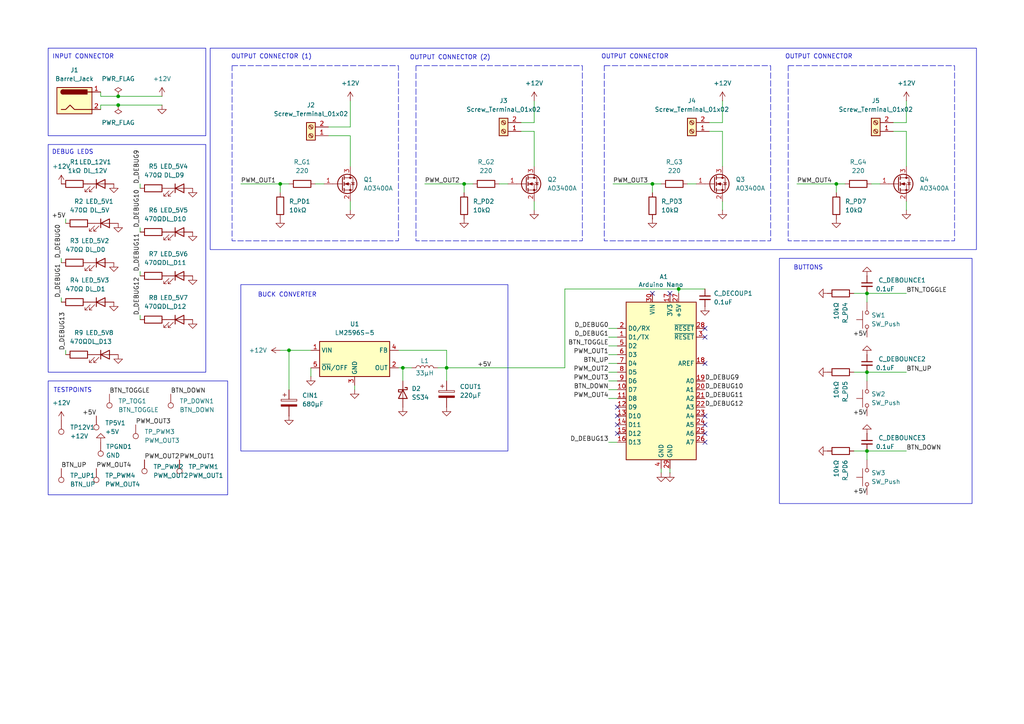
<source format=kicad_sch>
(kicad_sch (version 20250114) (generator "eeschema") (generator_version "9.0")
  (paper "A4")
  (lib_symbols
    (symbol "Connector:Barrel_Jack" (pin_names (offset 1.016))
      (property "Reference" "J" (at 0 5.334 0))
      (property "Value" "Barrel_Jack" (at 0 -5.08 0))
      (symbol "Barrel_Jack_0_1"
        (rectangle (start -5.08 3.81) (end 5.08 -3.81) (stroke (width 0.254)) (fill (type background)))
        (polyline (pts (xy -3.81 -2.54) (xy -2.54 -2.54) (xy -1.27 -1.27) (xy 0 -2.54) (xy 2.54 -2.54) (xy 5.08 -2.54)) (stroke (width 0.254)))
        (arc (start -3.302 1.905) (mid -3.9343 2.54) (end -3.302 3.175) (stroke (width 0.254)))
        (arc (start -3.302 1.905) (mid -3.9343 2.54) (end -3.302 3.175) (stroke (width 0.254)) (fill (type outline)))
        (rectangle (start 3.683 3.175) (end -3.302 1.905) (stroke (width 0.254)) (fill (type outline)))
        (polyline (pts (xy 5.08 2.54) (xy 3.81 2.54)) (stroke (width 0.254)))
      )
      (symbol "Barrel_Jack_1_1"
        (pin passive line (at 7.62 2.54 180) (length 2.54) (name "~") (number "1"))
        (pin passive line (at 7.62 -2.54 180) (length 2.54) (name "~") (number "2"))
      )
    )
    (symbol "Connector:Screw_Terminal_01x02" (pin_names (offset 1.016) (hide yes))
      (property "Reference" "J" (at 0 2.54 0))
      (property "Value" "Screw_Terminal_01x02" (at 0 -5.08 0))
      (symbol "Screw_Terminal_01x02_1_1"
        (rectangle (start -1.27 1.27) (end 1.27 -3.81) (stroke (width 0.254)) (fill (type background)))
        (polyline (pts (xy -0.5334 0.3302) (xy 0.3302 -0.508)) (stroke (width 0.1524)))
        (polyline (pts (xy -0.5334 -2.2098) (xy 0.3302 -3.048)) (stroke (width 0.1524)))
        (polyline (pts (xy -0.3556 0.508) (xy 0.508 -0.3302)) (stroke (width 0.1524)))
        (polyline (pts (xy -0.3556 -2.032) (xy 0.508 -2.8702)) (stroke (width 0.1524)))
        (circle (center 0 0) (radius 0.635) (stroke (width 0.1524)))
        (circle (center 0 -2.54) (radius 0.635) (stroke (width 0.1524)))
        (pin passive line (at -5.08 0 0) (length 3.81) (name "Pin_1") (number "1"))
        (pin passive line (at -5.08 -2.54 0) (length 3.81) (name "Pin_2") (number "2"))
      )
    )
    (symbol "Connector:TestPoint" (pin_numbers (hide yes)) (pin_names (offset 0.762) (hide yes))
      (property "Reference" "TP" (at 0 6.858 0))
      (property "Value" "TestPoint" (at 0 5.08 0))
      (symbol "TestPoint_0_1"
        (circle (center 0 3.302) (radius 0.762))
      )
      (symbol "TestPoint_1_1"
        (pin passive line (at 0 0 90) (length 2.54) (name "1") (number "1"))
      )
    )
    (symbol "Device:C_Polarized" (pin_numbers (hide yes)) (pin_names (offset 0.254))
      (property "Reference" "C" (at 0.635 2.54 0))
      (property "Value" "C_Polarized" (at 0.635 -2.54 0))
      (symbol "C_Polarized_0_1"
        (rectangle (start -2.286 0.508) (end 2.286 1.016))
        (polyline (pts (xy -1.778 2.286) (xy -0.762 2.286)))
        (polyline (pts (xy -1.27 2.794) (xy -1.27 1.778)))
        (rectangle (start 2.286 -0.508) (end -2.286 -1.016) (fill (type outline)))
      )
      (symbol "C_Polarized_1_1"
        (pin passive line (at 0 3.81 270) (length 2.794) (name "~") (number "1"))
        (pin passive line (at 0 -3.81 90) (length 2.794) (name "~") (number "2"))
      )
    )
    (symbol "Device:C_Small" (pin_numbers (hide yes)) (pin_names (offset 0.254) (hide yes))
      (property "Reference" "C" (at 0.254 1.778 0))
      (property "Value" "C_Small" (at 0.254 -2.032 0))
      (symbol "C_Small_0_1"
        (polyline (pts (xy -1.524 0.508) (xy 1.524 0.508)) (stroke (width 0.3048)))
        (polyline (pts (xy -1.524 -0.508) (xy 1.524 -0.508)) (stroke (width 0.3302)))
      )
      (symbol "C_Small_1_1"
        (pin passive line (at 0 2.54 270) (length 2.032) (name "~") (number "1"))
        (pin passive line (at 0 -2.54 90) (length 2.032) (name "~") (number "2"))
      )
    )
    (symbol "Device:L" (pin_numbers (hide yes)) (pin_names (offset 1.016) (hide yes))
      (property "Reference" "L" (at -1.27 0 90))
      (property "Value" "L" (at 1.905 0 90))
      (symbol "L_0_1"
        (arc (start 0 2.54) (mid 0.6323 1.905) (end 0 1.27))
        (arc (start 0 1.27) (mid 0.6323 0.635) (end 0 0))
        (arc (start 0 0) (mid 0.6323 -0.635) (end 0 -1.27))
        (arc (start 0 -1.27) (mid 0.6323 -1.905) (end 0 -2.54))
      )
      (symbol "L_1_1"
        (pin passive line (at 0 3.81 270) (length 1.27) (name "1") (number "1"))
        (pin passive line (at 0 -3.81 90) (length 1.27) (name "2") (number "2"))
      )
    )
    (symbol "Device:LED" (pin_numbers (hide yes)) (pin_names (offset 1.016) (hide yes))
      (property "Reference" "D" (at 0 2.54 0))
      (property "Value" "LED" (at 0 -2.54 0))
      (symbol "LED_0_1"
        (polyline (pts (xy -3.048 -0.762) (xy -4.572 -2.286) (xy -3.81 -2.286) (xy -4.572 -2.286) (xy -4.572 -1.524)))
        (polyline (pts (xy -1.778 -0.762) (xy -3.302 -2.286) (xy -2.54 -2.286) (xy -3.302 -2.286) (xy -3.302 -1.524)))
        (polyline (pts (xy -1.27 0) (xy 1.27 0)))
        (polyline (pts (xy -1.27 -1.27) (xy -1.27 1.27)) (stroke (width 0.254)))
        (polyline (pts (xy 1.27 -1.27) (xy 1.27 1.27) (xy -1.27 0) (xy 1.27 -1.27)) (stroke (width 0.254)))
      )
      (symbol "LED_1_1"
        (pin passive line (at -3.81 0 0) (length 2.54) (name "K") (number "1"))
        (pin passive line (at 3.81 0 180) (length 2.54) (name "A") (number "2"))
      )
    )
    (symbol "Device:R" (pin_numbers (hide yes)) (pin_names (offset 0))
      (property "Reference" "R" (at 2.032 0 90))
      (property "Value" "R" (at 0 0 90))
      (symbol "R_0_1"
        (rectangle (start -1.016 -2.54) (end 1.016 2.54) (stroke (width 0.254)))
      )
      (symbol "R_1_1"
        (pin passive line (at 0 3.81 270) (length 1.27) (name "~") (number "1"))
        (pin passive line (at 0 -3.81 90) (length 1.27) (name "~") (number "2"))
      )
    )
    (symbol "Diode:SS34" (pin_numbers (hide yes)) (pin_names (offset 1.016) (hide yes))
      (property "Reference" "D" (at 0 2.54 0))
      (property "Value" "SS34" (at 0 -2.54 0))
      (symbol "SS34_0_1"
        (polyline (pts (xy -1.905 0.635) (xy -1.905 1.27) (xy -1.27 1.27) (xy -1.27 -1.27) (xy -0.635 -1.27) (xy -0.635 -0.635)) (stroke (width 0.254)))
        (polyline (pts (xy 1.27 1.27) (xy 1.27 -1.27) (xy -1.27 0) (xy 1.27 1.27)) (stroke (width 0.254)))
        (polyline (pts (xy 1.27 0) (xy -1.27 0)))
      )
      (symbol "SS34_1_1"
        (pin passive line (at -3.81 0 0) (length 2.54) (name "K") (number "1"))
        (pin passive line (at 3.81 0 180) (length 2.54) (name "A") (number "2"))
      )
    )
    (symbol "MCU_Module:Arduino_Nano_v3.x"
      (property "Reference" "A" (at -10.16 23.495 0))
      (property "Value" "Arduino_Nano_v3.x" (at 5.08 -24.13 0))
      (symbol "Arduino_Nano_v3.x_0_1"
        (rectangle (start -10.16 22.86) (end 10.16 -22.86) (stroke (width 0.254)) (fill (type background)))
      )
      (symbol "Arduino_Nano_v3.x_1_1"
        (pin bidirectional line (at -12.7 15.24 0) (length 2.54) (name "D0/RX") (number "2"))
        (pin bidirectional line (at -12.7 12.7 0) (length 2.54) (name "D1/TX") (number "1"))
        (pin bidirectional line (at -12.7 10.16 0) (length 2.54) (name "D2") (number "5"))
        (pin bidirectional line (at -12.7 7.62 0) (length 2.54) (name "D3") (number "6"))
        (pin bidirectional line (at -12.7 5.08 0) (length 2.54) (name "D4") (number "7"))
        (pin bidirectional line (at -12.7 2.54 0) (length 2.54) (name "D5") (number "8"))
        (pin bidirectional line (at -12.7 0 0) (length 2.54) (name "D6") (number "9"))
        (pin bidirectional line (at -12.7 -2.54 0) (length 2.54) (name "D7") (number "10"))
        (pin bidirectional line (at -12.7 -5.08 0) (length 2.54) (name "D8") (number "11"))
        (pin bidirectional line (at -12.7 -7.62 0) (length 2.54) (name "D9") (number "12"))
        (pin bidirectional line (at -12.7 -10.16 0) (length 2.54) (name "D10") (number "13"))
        (pin bidirectional line (at -12.7 -12.7 0) (length 2.54) (name "D11") (number "14"))
        (pin bidirectional line (at -12.7 -15.24 0) (length 2.54) (name "D12") (number "15"))
        (pin bidirectional line (at -12.7 -17.78 0) (length 2.54) (name "D13") (number "16"))
        (pin power_in line (at -2.54 25.4 270) (length 2.54) (name "VIN") (number "30"))
        (pin power_in line (at 0 -25.4 90) (length 2.54) (name "GND") (number "4"))
        (pin power_out line (at 2.54 25.4 270) (length 2.54) (name "3V3") (number "17"))
        (pin power_in line (at 2.54 -25.4 90) (length 2.54) (name "GND") (number "29"))
        (pin power_out line (at 5.08 25.4 270) (length 2.54) (name "+5V") (number "27"))
        (pin input line (at 12.7 15.24 180) (length 2.54) (name "~{RESET}") (number "28"))
        (pin input line (at 12.7 12.7 180) (length 2.54) (name "~{RESET}") (number "3"))
        (pin input line (at 12.7 5.08 180) (length 2.54) (name "AREF") (number "18"))
        (pin bidirectional line (at 12.7 0 180) (length 2.54) (name "A0") (number "19"))
        (pin bidirectional line (at 12.7 -2.54 180) (length 2.54) (name "A1") (number "20"))
        (pin bidirectional line (at 12.7 -5.08 180) (length 2.54) (name "A2") (number "21"))
        (pin bidirectional line (at 12.7 -7.62 180) (length 2.54) (name "A3") (number "22"))
        (pin bidirectional line (at 12.7 -10.16 180) (length 2.54) (name "A4") (number "23"))
        (pin bidirectional line (at 12.7 -12.7 180) (length 2.54) (name "A5") (number "24"))
        (pin bidirectional line (at 12.7 -15.24 180) (length 2.54) (name "A6") (number "25"))
        (pin bidirectional line (at 12.7 -17.78 180) (length 2.54) (name "A7") (number "26"))
      )
    )
    (symbol "Regulator_Switching:LM2596S-5"
      (property "Reference" "U" (at -10.16 6.35 0))
      (property "Value" "LM2596S-5" (at 0 6.35 0))
      (symbol "LM2596S-5_0_1"
        (rectangle (start -10.16 5.08) (end 10.16 -5.08) (stroke (width 0.254)) (fill (type background)))
      )
      (symbol "LM2596S-5_1_1"
        (pin power_in line (at -12.7 2.54 0) (length 2.54) (name "VIN") (number "1"))
        (pin input line (at -12.7 -2.54 0) (length 2.54) (name "~{ON}/OFF") (number "5"))
        (pin power_in line (at 0 -7.62 90) (length 2.54) (name "GND") (number "3"))
        (pin input line (at 12.7 2.54 180) (length 2.54) (name "FB") (number "4"))
        (pin output line (at 12.7 -2.54 180) (length 2.54) (name "OUT") (number "2"))
      )
    )
    (symbol "Switch:SW_Push" (pin_numbers (hide yes)) (pin_names (offset 1.016) (hide yes))
      (property "Reference" "SW" (at 1.27 2.54 0))
      (property "Value" "SW_Push" (at 0 -1.524 0))
      (symbol "SW_Push_0_1"
        (circle (center -2.032 0) (radius 0.508))
        (polyline (pts (xy 0 1.27) (xy 0 3.048)))
        (circle (center 2.032 0) (radius 0.508))
        (polyline (pts (xy 2.54 1.27) (xy -2.54 1.27)))
        (pin passive line (at -5.08 0 0) (length 2.54) (name "1") (number "1"))
        (pin passive line (at 5.08 0 180) (length 2.54) (name "2") (number "2"))
      )
    )
    (symbol "Transistor_FET:AO3400A" (pin_names (hide yes))
      (property "Reference" "Q" (at 5.08 1.905 0))
      (property "Value" "AO3400A" (at 5.08 0 0))
      (symbol "AO3400A_0_1"
        (polyline (pts (xy 0.254 1.905) (xy 0.254 -1.905)) (stroke (width 0.254)))
        (polyline (pts (xy 0.254 0) (xy -2.54 0)))
        (polyline (pts (xy 0.762 2.286) (xy 0.762 1.27)) (stroke (width 0.254)))
        (polyline (pts (xy 0.762 0.508) (xy 0.762 -0.508)) (stroke (width 0.254)))
        (polyline (pts (xy 0.762 -1.27) (xy 0.762 -2.286)) (stroke (width 0.254)))
        (polyline (pts (xy 0.762 -1.778) (xy 3.302 -1.778) (xy 3.302 1.778) (xy 0.762 1.778)))
        (polyline (pts (xy 1.016 0) (xy 2.032 0.381) (xy 2.032 -0.381) (xy 1.016 0)) (fill (type outline)))
        (circle (center 1.651 0) (radius 2.794) (stroke (width 0.254)))
        (polyline (pts (xy 2.54 2.54) (xy 2.54 1.778)))
        (circle (center 2.54 1.778) (radius 0.254) (fill (type outline)))
        (circle (center 2.54 -1.778) (radius 0.254) (fill (type outline)))
        (polyline (pts (xy 2.54 -2.54) (xy 2.54 0) (xy 0.762 0)))
        (polyline (pts (xy 2.794 0.508) (xy 2.921 0.381) (xy 3.683 0.381) (xy 3.81 0.254)))
        (polyline (pts (xy 3.302 0.381) (xy 2.921 -0.254) (xy 3.683 -0.254) (xy 3.302 0.381)))
      )
      (symbol "AO3400A_1_1"
        (pin input line (at -5.08 0 0) (length 2.54) (name "G") (number "1"))
        (pin passive line (at 2.54 5.08 270) (length 2.54) (name "D") (number "3"))
        (pin passive line (at 2.54 -5.08 90) (length 2.54) (name "S") (number "2"))
      )
    )
    (symbol "power:+12V" (power) (pin_numbers (hide yes)) (pin_names (offset 0) (hide yes))
      (property "Value" "+12V" (at 0 3.556 0))
      (symbol "+12V_0_1"
        (polyline (pts (xy -0.762 1.27) (xy 0 2.54)))
        (polyline (pts (xy 0 2.54) (xy 0.762 1.27)))
        (polyline (pts (xy 0 0) (xy 0 2.54)))
      )
      (symbol "+12V_1_1"
        (pin power_in line (at 0 0 90) (length 0) (name "~") (number "1"))
      )
    )
    (symbol "power:GND" (power) (pin_numbers (hide yes)) (pin_names (offset 0) (hide yes))
      (property "Value" "GND" (at 0 -3.81 0))
      (symbol "GND_0_1"
        (polyline (pts (xy 0 0) (xy 0 -1.27) (xy 1.27 -1.27) (xy 0 -2.54) (xy -1.27 -1.27) (xy 0 -1.27)))
      )
      (symbol "GND_1_1"
        (pin power_in line (at 0 0 270) (length 0) (name "~") (number "1"))
      )
    )
    (symbol "power:PWR_FLAG" (power) (pin_numbers (hide yes)) (pin_names (offset 0) (hide yes))
      (property "Value" "PWR_FLAG" (at 0 3.81 0))
      (symbol "PWR_FLAG_0_0"
        (pin power_out line (at 0 0 90) (length 0) (name "~") (number "1"))
      )
      (symbol "PWR_FLAG_0_1"
        (polyline (pts (xy 0 0) (xy 0 1.27) (xy -1.016 1.905) (xy 0 2.54) (xy 1.016 1.905) (xy 0 1.27)))
      )
    )
  )
  (rectangle (start 228.6 19.05) (end 276.86 69.85) (stroke (width 0) (type dash)))
  (rectangle (start 13.97 110.49) (end 66.04 143.51))
  (rectangle (start 175.26 19.05) (end 223.52 69.85) (stroke (width 0) (type dash)))
  (rectangle (start 226.06 74.93) (end 281.94 146.05))
  (rectangle (start 120.65 19.05) (end 168.91 69.85) (stroke (width 0) (type dash)))
  (rectangle (start 60.96 13.97) (end 283.21 72.39))
  (rectangle (start 13.97 41.91) (end 59.69 107.95))
  (rectangle (start 67.31 19.05) (end 115.57 69.85) (stroke (width 0) (type dash)))
  (rectangle (start 69.85 82.55) (end 147.32 130.81))
  (rectangle (start 13.97 13.97) (end 59.69 39.37))
  (text "BUCK CONVERTER" (at 83.312 85.598 0) (effects (font (size 1.27 1.27))))
  (text "TESTPOINTS\n" (at 21.082 113.284 0) (effects (font (size 1.27 1.27))))
  (text "BUTTONS\n" (at 234.442 77.724 0) (effects (font (size 1.27 1.27))))
  (text "OUTPUT CONNECTOR" (at 237.49 16.51 0) (effects (font (size 1.27 1.27))))
  (text "INPUT CONNECTOR" (at 24.13 16.51 0) (effects (font (size 1.27 1.27))))
  (text "OUTPUT CONNECTOR (1)" (at 78.74 16.51 0) (effects (font (size 1.27 1.27))))
  (text "OUTPUT CONNECTOR" (at 184.15 16.51 0) (effects (font (size 1.27 1.27))))
  (text "OUTPUT CONNECTOR (2)" (at 130.556 16.764 0) (effects (font (size 1.27 1.27))))
  (text "DEBUG LEDS" (at 21.082 44.196 0) (effects (font (size 1.27 1.27))))
  (junction (at 189.23 53.34))
  (junction (at 251.46 130.81))
  (junction (at 81.28 53.34))
  (junction (at 196.85 83.82))
  (junction (at 242.57 53.34))
  (junction (at 251.46 107.95))
  (junction (at 34.29 27.94))
  (junction (at 83.82 101.6))
  (junction (at 251.46 85.09))
  (junction (at 116.84 106.68))
  (junction (at 129.54 106.68))
  (junction (at 134.62 53.34))
  (junction (at 34.29 30.48))
  (no_connect (at 179.07 120.65))
  (no_connect (at 189.23 85.09))
  (no_connect (at 204.47 125.73))
  (no_connect (at 204.47 120.65))
  (no_connect (at 179.07 118.11))
  (no_connect (at 204.47 95.25))
  (no_connect (at 204.47 105.41))
  (no_connect (at 194.31 85.09))
  (no_connect (at 179.07 125.73))
  (no_connect (at 179.07 123.19))
  (no_connect (at 204.47 97.79))
  (no_connect (at 204.47 128.27))
  (no_connect (at 204.47 123.19))
  (wire (pts (xy 134.62 53.34) (xy 134.62 55.88)))
  (wire (pts (xy 95.25 36.83) (xy 101.6 36.83)))
  (wire (pts (xy 129.54 106.68) (xy 163.83 106.68)))
  (wire (pts (xy 251.46 85.09) (xy 251.46 87.63)))
  (wire (pts (xy 176.53 97.79) (xy 179.07 97.79)))
  (wire (pts (xy 247.65 85.09) (xy 251.46 85.09)))
  (wire (pts (xy 19.05 63.5) (xy 19.05 64.77)))
  (wire (pts (xy 101.6 60.96) (xy 101.6 58.42)))
  (wire (pts (xy 163.83 83.82) (xy 196.85 83.82)))
  (wire (pts (xy 209.55 29.21) (xy 209.55 35.56)))
  (wire (pts (xy 127 106.68) (xy 129.54 106.68)))
  (wire (pts (xy 81.28 53.34) (xy 83.82 53.34)))
  (wire (pts (xy 101.6 29.21) (xy 101.6 36.83)))
  (wire (pts (xy 251.46 107.95) (xy 262.89 107.95)))
  (wire (pts (xy 144.78 53.34) (xy 147.32 53.34)))
  (wire (pts (xy 163.83 106.68) (xy 163.83 83.82)))
  (wire (pts (xy 251.46 107.95) (xy 247.65 107.95)))
  (wire (pts (xy 262.89 38.1) (xy 262.89 48.26)))
  (wire (pts (xy 115.57 101.6) (xy 129.54 101.6)))
  (wire (pts (xy 176.53 113.03) (xy 179.07 113.03)))
  (wire (pts (xy 19.05 101.6) (xy 19.05 102.87)))
  (wire (pts (xy 176.53 100.33) (xy 179.07 100.33)))
  (wire (pts (xy 154.94 38.1) (xy 154.94 48.26)))
  (wire (pts (xy 34.29 30.48) (xy 46.99 30.48)))
  (wire (pts (xy 154.94 60.96) (xy 154.94 58.42)))
  (wire (pts (xy 251.46 85.09) (xy 262.89 85.09)))
  (wire (pts (xy 176.53 107.95) (xy 179.07 107.95)))
  (wire (pts (xy 134.62 53.34) (xy 137.16 53.34)))
  (wire (pts (xy 34.29 27.94) (xy 46.99 27.94)))
  (wire (pts (xy 40.64 78.74) (xy 40.64 80.01)))
  (wire (pts (xy 209.55 35.56) (xy 205.74 35.56)))
  (wire (pts (xy 209.55 38.1) (xy 205.74 38.1)))
  (wire (pts (xy 189.23 53.34) (xy 191.77 53.34)))
  (wire (pts (xy 177.8 53.34) (xy 189.23 53.34)))
  (wire (pts (xy 115.57 106.68) (xy 116.84 106.68)))
  (wire (pts (xy 34.29 30.48) (xy 29.21 30.48)))
  (wire (pts (xy 129.54 101.6) (xy 129.54 106.68)))
  (wire (pts (xy 81.28 101.6) (xy 83.82 101.6)))
  (wire (pts (xy 194.31 135.89) (xy 194.31 137.16)))
  (wire (pts (xy 81.28 53.34) (xy 81.28 55.88)))
  (wire (pts (xy 40.64 91.44) (xy 40.64 92.71)))
  (wire (pts (xy 29.21 27.94) (xy 29.21 26.67)))
  (wire (pts (xy 17.78 86.36) (xy 17.78 87.63)))
  (wire (pts (xy 101.6 39.37) (xy 101.6 48.26)))
  (wire (pts (xy 69.85 53.34) (xy 81.28 53.34)))
  (wire (pts (xy 252.73 53.34) (xy 255.27 53.34)))
  (wire (pts (xy 154.94 38.1) (xy 151.13 38.1)))
  (wire (pts (xy 242.57 53.34) (xy 245.11 53.34)))
  (wire (pts (xy 116.84 106.68) (xy 116.84 110.49)))
  (wire (pts (xy 123.19 53.34) (xy 134.62 53.34)))
  (wire (pts (xy 176.53 105.41) (xy 179.07 105.41)))
  (wire (pts (xy 176.53 110.49) (xy 179.07 110.49)))
  (wire (pts (xy 262.89 29.21) (xy 262.89 35.56)))
  (wire (pts (xy 176.53 95.25) (xy 179.07 95.25)))
  (wire (pts (xy 90.17 106.68) (xy 90.17 109.22)))
  (wire (pts (xy 262.89 35.56) (xy 259.08 35.56)))
  (wire (pts (xy 209.55 38.1) (xy 209.55 48.26)))
  (wire (pts (xy 251.46 130.81) (xy 251.46 133.35)))
  (wire (pts (xy 176.53 115.57) (xy 179.07 115.57)))
  (wire (pts (xy 154.94 29.21) (xy 154.94 35.56)))
  (wire (pts (xy 247.65 130.81) (xy 251.46 130.81)))
  (wire (pts (xy 17.78 74.93) (xy 17.78 76.2)))
  (wire (pts (xy 251.46 107.95) (xy 251.46 110.49)))
  (wire (pts (xy 91.44 53.34) (xy 93.98 53.34)))
  (wire (pts (xy 95.25 39.37) (xy 101.6 39.37)))
  (wire (pts (xy 251.46 130.81) (xy 262.89 130.81)))
  (wire (pts (xy 176.53 128.27) (xy 179.07 128.27)))
  (wire (pts (xy 242.57 53.34) (xy 242.57 55.88)))
  (wire (pts (xy 209.55 60.96) (xy 209.55 58.42)))
  (wire (pts (xy 231.14 53.34) (xy 242.57 53.34)))
  (wire (pts (xy 129.54 110.49) (xy 129.54 106.68)))
  (wire (pts (xy 29.21 30.48) (xy 29.21 31.75)))
  (wire (pts (xy 102.87 113.03) (xy 102.87 111.76)))
  (wire (pts (xy 83.82 101.6) (xy 90.17 101.6)))
  (wire (pts (xy 262.89 38.1) (xy 259.08 38.1)))
  (wire (pts (xy 196.85 85.09) (xy 196.85 83.82)))
  (wire (pts (xy 191.77 135.89) (xy 191.77 137.16)))
  (wire (pts (xy 199.39 53.34) (xy 201.93 53.34)))
  (wire (pts (xy 262.89 60.96) (xy 262.89 58.42)))
  (wire (pts (xy 40.64 66.04) (xy 40.64 67.31)))
  (wire (pts (xy 83.82 101.6) (xy 83.82 113.03)))
  (wire (pts (xy 196.85 83.82) (xy 204.47 83.82)))
  (wire (pts (xy 40.64 53.34) (xy 40.64 54.61)))
  (wire (pts (xy 176.53 102.87) (xy 179.07 102.87)))
  (wire (pts (xy 154.94 35.56) (xy 151.13 35.56)))
  (wire (pts (xy 189.23 53.34) (xy 189.23 55.88)))
  (wire (pts (xy 34.29 27.94) (xy 29.21 27.94)))
  (wire (pts (xy 116.84 106.68) (xy 119.38 106.68)))
  (label "BTN_TOGGLE" (at 262.89 85.09 0))
  (label "PWM_OUT4" (at 27.94 135.89 0))
  (label "PWM_OUT2" (at 123.19 53.34 0))
  (label "BTN_DOWN" (at 262.89 130.81 0))
  (label "+5V" (at 138.43 106.68 0))
  (label "BTN_UP" (at 262.89 107.95 0))
  (label "D_DEBUG11" (at 204.47 115.57 0))
  (label "D_DEBUG12" (at 40.64 91.44 90))
  (label "D_DEBUG12" (at 204.47 118.11 0))
  (label "PWM_OUT1" (at 52.07 133.35 0))
  (label "D_DEBUG9" (at 204.47 110.49 0))
  (label "D_DEBUG10" (at 204.47 113.03 0))
  (label "PWM_OUT2" (at 41.91 133.35 0))
  (label "D_DEBUG11" (at 40.64 78.74 90))
  (label "PWM_OUT3" (at 39.37 123.19 0))
  (label "D_DEBUG10" (at 40.64 66.04 90))
  (label "PWM_OUT3" (at 176.53 110.49 180))
  (label "BTN_TOGGLE" (at 176.53 100.33 180))
  (label "+5V" (at 27.94 120.65 180))
  (label "PWM_OUT2" (at 176.53 107.95 180))
  (label "D_DEBUG13" (at 19.05 101.6 90))
  (label "PWM_OUT1" (at 69.85 53.34 0))
  (label "BTN_TOGGLE" (at 31.75 114.3 0))
  (label "+5V" (at 251.46 143.51 180))
  (label "BTN_UP" (at 17.78 135.89 0))
  (label "BTN_UP" (at 176.53 105.41 180))
  (label "D_DEBUG0" (at 17.78 74.93 90))
  (label "BTN_DOWN" (at 176.53 113.03 180))
  (label "+5V" (at 19.05 63.5 180))
  (label "D_DEBUG1" (at 17.78 86.36 90))
  (label "+5V" (at 251.46 97.79 180))
  (label "D_DEBUG13" (at 176.53 128.27 180))
  (label "+5V" (at 251.46 120.65 180))
  (label "PWM_OUT1" (at 176.53 102.87 180))
  (label "PWM_OUT4" (at 231.14 53.34 0))
  (label "BTN_DOWN" (at 49.53 114.3 0))
  (label "D_DEBUG0" (at 176.53 95.25 180))
  (label "D_DEBUG9" (at 40.64 53.34 90))
  (label "PWM_OUT4" (at 176.53 115.57 180))
  (label "D_DEBUG1" (at 176.53 97.79 180))
  (label "PWM_OUT3" (at 177.8 53.34 0))
  (symbol (lib_id "Device:LED") (at 52.07 80.01 0) (unit 1)
    (property "Reference" "LED_5V6" (at 50.4825 73.66 0))
    (property "Value" "DL_D11" (at 50.4825 76.2 0))
    (property "Footprint" "LED_SMD:LED_0805_2012Metric" (effects (hide yes)))
    (property "Description" "Light emitting diode" (effects (hide yes)))
    (property "Sim.Pins" "1=K 2=A" (effects (hide yes)))
    (property "LCSC" "C375456" (effects (hide yes)))
  )
  (symbol (lib_id "power:GND") (at 191.77 137.16 0) (unit 1)
    (property "Reference" "#PWR03" (effects (hide yes)))
    (property "Value" "GND" (effects (hide yes)))
    (property "Description" "Power symbol creates a global label with name \"GND\" , ground" (effects (hide yes)))
  )
  (symbol (lib_id "power:GND") (at 251.46 80.01 180) (unit 1)
    (property "Reference" "#PWR027" (effects (hide yes)))
    (property "Value" "GND" (effects (hide yes)))
    (property "Description" "Power symbol creates a global label with name \"GND\" , ground" (effects (hide yes)))
  )
  (symbol (lib_id "power:PWR_FLAG") (at 34.29 30.48 180) (unit 1)
    (property "Reference" "#FLG02" (effects (hide yes)))
    (property "Value" "PWR_FLAG" (at 34.29 35.56 0))
    (property "Description" "Special symbol for telling ERC where power comes from" (effects (hide yes)))
  )
  (symbol (lib_id "power:GND") (at 129.54 118.11 0) (unit 1)
    (property "Reference" "#PWR036" (effects (hide yes)))
    (property "Value" "GND" (effects (hide yes)))
    (property "Description" "Power symbol creates a global label with name \"GND\" , ground" (effects (hide yes)))
  )
  (symbol (lib_id "Device:R") (at 22.86 64.77 90) (unit 1)
    (property "Reference" "R2" (at 22.86 58.42 90))
    (property "Value" "470Ω" (at 22.86 60.96 90))
    (property "Footprint" "Resistor_SMD:R_0805_2012Metric" (effects (hide yes)))
    (property "Description" "Resistor" (effects (hide yes)))
    (property "LCSC" "C114564" (effects (hide yes)))
  )
  (symbol (lib_id "Connector:TestPoint") (at 27.94 120.65 180) (unit 1)
    (property "Reference" "TP5V1" (at 30.48 122.6819 0) (effects (justify right)))
    (property "Value" "+5V" (at 30.48 125.2219 0) (effects (justify right)))
    (property "Footprint" "Connector_PinHeader_2.54mm:PinHeader_1x01_P2.54mm_Vertical" (effects (hide yes)))
    (property "Description" "test point" (effects (hide yes)))
  )
  (symbol (lib_id "power:GND") (at 101.6 60.96 0) (unit 1)
    (property "Reference" "#PWR07" (effects (hide yes)))
    (property "Value" "GND" (effects (hide yes)))
    (property "Description" "Power symbol creates a global label with name \"GND\" , ground" (effects (hide yes)))
  )
  (symbol (lib_id "power:+12V") (at 262.89 29.21 0) (unit 1)
    (property "Reference" "#PWR022" (effects (hide yes)))
    (property "Value" "+12V" (at 262.89 24.13 0))
    (property "Description" "Power symbol creates a global label with name \"+12V\"" (effects (hide yes)))
  )
  (symbol (lib_id "Switch:SW_Push") (at 251.46 92.71 90) (unit 1)
    (property "Reference" "SW1" (at 252.73 91.4399 90) (effects (justify right)))
    (property "Value" "SW_Push" (at 252.73 93.9799 90) (effects (justify right)))
    (property "Footprint" "Button_Switch_SMD:SW_Tactile_SPST_NO_Straight_CK_PTS636Sx25SMTRLFS" (effects (hide yes)))
    (property "Description" "Push button switch, generic, two pins" (effects (hide yes)))
    (property "LCSC" "C10852" (effects (hide yes)))
  )
  (symbol (lib_id "Switch:SW_Push") (at 251.46 115.57 90) (unit 1)
    (property "Reference" "SW2" (at 252.73 114.2999 90) (effects (justify right)))
    (property "Value" "SW_Push" (at 252.73 116.8399 90) (effects (justify right)))
    (property "Footprint" "Button_Switch_SMD:SW_Tactile_SPST_NO_Straight_CK_PTS636Sx25SMTRLFS" (effects (hide yes)))
    (property "Description" "Push button switch, generic, two pins" (effects (hide yes)))
    (property "LCSC" "C10852" (effects (hide yes)))
  )
  (symbol (lib_id "power:GND") (at 189.23 63.5 0) (unit 1)
    (property "Reference" "#PWR018" (effects (hide yes)))
    (property "Value" "GND" (effects (hide yes)))
    (property "Description" "Power symbol creates a global label with name \"GND\" , ground" (effects (hide yes)))
  )
  (symbol (lib_id "power:GND") (at 154.94 60.96 0) (unit 1)
    (property "Reference" "#PWR017" (effects (hide yes)))
    (property "Value" "GND" (effects (hide yes)))
    (property "Description" "Power symbol creates a global label with name \"GND\" , ground" (effects (hide yes)))
  )
  (symbol (lib_id "Connector:TestPoint") (at 31.75 114.3 180) (unit 1)
    (property "Reference" "TP_TOG1" (at 34.29 116.3319 0) (effects (justify right)))
    (property "Value" "BTN_TOGGLE" (at 34.29 118.8719 0) (effects (justify right)))
    (property "Footprint" "Connector_PinHeader_2.54mm:PinHeader_1x01_P2.54mm_Vertical" (effects (hide yes)))
    (property "Description" "test point" (effects (hide yes)))
  )
  (symbol (lib_id "power:GND") (at 55.88 67.31 0) (unit 1)
    (property "Reference" "#PWR038" (effects (hide yes)))
    (property "Value" "GND" (effects (hide yes)))
    (property "Description" "Power symbol creates a global label with name \"GND\" , ground" (effects (hide yes)))
  )
  (symbol (lib_id "Connector:TestPoint") (at 49.53 114.3 180) (unit 1)
    (property "Reference" "TP_DOWN1" (at 52.07 116.3319 0) (effects (justify right)))
    (property "Value" "BTN_DOWN" (at 52.07 118.8719 0) (effects (justify right)))
    (property "Footprint" "Connector_PinHeader_2.54mm:PinHeader_1x01_P2.54mm_Vertical" (effects (hide yes)))
    (property "Description" "test point" (effects (hide yes)))
  )
  (symbol (lib_id "Device:L") (at 123.19 106.68 90) (unit 1)
    (property "Reference" "L1" (at 123.19 104.648 90))
    (property "Value" "33μH" (at 123.19 108.204 90))
    (property "Footprint" "Inductor_SMD:L_12x12mm_H8mm" (effects (hide yes)))
    (property "Description" "Inductor" (effects (hide yes)))
    (property "LCSC" "C2929502" (effects (hide yes)))
  )
  (symbol (lib_id "power:GND") (at 209.55 60.96 0) (unit 1)
    (property "Reference" "#PWR020" (effects (hide yes)))
    (property "Value" "GND" (effects (hide yes)))
    (property "Description" "Power symbol creates a global label with name \"GND\" , ground" (effects (hide yes)))
  )
  (symbol (lib_id "Device:R") (at 195.58 53.34 90) (unit 1)
    (property "Reference" "R_G3" (at 195.58 46.99 90))
    (property "Value" "220" (at 195.58 49.53 90))
    (property "Footprint" "Resistor_SMD:R_0805_2012Metric" (effects (hide yes)))
    (property "Description" "Resistor" (effects (hide yes)))
    (property "LCSC" "C104105" (effects (hide yes)))
  )
  (symbol (lib_id "Device:LED") (at 52.07 92.71 0) (unit 1)
    (property "Reference" "LED_5V7" (at 50.4825 86.36 0))
    (property "Value" "DL_D12" (at 50.4825 88.9 0))
    (property "Footprint" "LED_SMD:LED_0805_2012Metric" (effects (hide yes)))
    (property "Description" "Light emitting diode" (effects (hide yes)))
    (property "Sim.Pins" "1=K 2=A" (effects (hide yes)))
    (property "LCSC" "C375456" (effects (hide yes)))
  )
  (symbol (lib_id "power:GND") (at 194.31 137.16 0) (unit 1)
    (property "Reference" "#PWR04" (effects (hide yes)))
    (property "Value" "GND" (effects (hide yes)))
    (property "Description" "Power symbol creates a global label with name \"GND\" , ground" (effects (hide yes)))
  )
  (symbol (lib_id "power:GND") (at 240.03 85.09 270) (unit 1)
    (property "Reference" "#PWR011" (effects (hide yes)))
    (property "Value" "GND" (effects (hide yes)))
    (property "Description" "Power symbol creates a global label with name \"GND\" , ground" (effects (hide yes)))
  )
  (symbol (lib_id "Device:C_Polarized") (at 83.82 116.84 0) (unit 1)
    (property "Reference" "CIN1" (at 87.63 114.6809 0) (effects (justify left)))
    (property "Value" "680μF" (at 87.63 117.2209 0) (effects (justify left)))
    (property "Footprint" "Capacitor_SMD:CP_Elec_10x10" (effects (hide yes)))
    (property "Description" "Polarized capacitor" (effects (hide yes)))
    (property "LCSC" "C2902805" (effects (hide yes)))
  )
  (symbol (lib_id "power:+12V") (at 209.55 29.21 0) (unit 1)
    (property "Reference" "#PWR019" (effects (hide yes)))
    (property "Value" "+12V" (at 209.55 24.13 0))
    (property "Description" "Power symbol creates a global label with name \"+12V\"" (effects (hide yes)))
  )
  (symbol (lib_id "Device:R") (at 21.59 87.63 90) (unit 1)
    (property "Reference" "R4" (at 21.59 81.28 90))
    (property "Value" "470Ω" (at 21.59 83.82 90))
    (property "Footprint" "Resistor_SMD:R_0805_2012Metric" (effects (hide yes)))
    (property "Description" "Resistor" (effects (hide yes)))
    (property "LCSC" "C114564" (effects (hide yes)))
  )
  (symbol (lib_id "Connector:TestPoint") (at 27.94 135.89 180) (unit 1)
    (property "Reference" "TP_PWM4" (at 30.48 137.9219 0) (effects (justify right)))
    (property "Value" "PWM_OUT4" (at 30.48 140.4619 0) (effects (justify right)))
    (property "Footprint" "Connector_PinHeader_2.54mm:PinHeader_1x01_P2.54mm_Vertical" (effects (hide yes)))
    (property "Description" "test point" (effects (hide yes)))
  )
  (symbol (lib_id "Connector:Screw_Terminal_01x02") (at 146.05 38.1 180) (unit 1)
    (property "Reference" "J3" (at 146.05 29.21 0))
    (property "Value" "Screw_Terminal_01x02" (at 146.05 31.75 0))
    (property "Footprint" "TerminalBlock_Phoenix:TerminalBlock_Phoenix_MKDS-1,5-2-5.08_1x02_P5.08mm_Horizontal" (effects (hide yes)))
    (property "Description" "Generic screw terminal, single row, 01x02, script generated (kicad-library-utils/schlib/autogen/connector/)" (effects (hide yes)))
    (property "LCSC" "C8465" (effects (hide yes)))
  )
  (symbol (lib_id "power:GND") (at 251.46 125.73 180) (unit 1)
    (property "Reference" "#PWR029" (effects (hide yes)))
    (property "Value" "GND" (effects (hide yes)))
    (property "Description" "Power symbol creates a global label with name \"GND\" , ground" (effects (hide yes)))
  )
  (symbol (lib_id "power:GND") (at 34.29 102.87 0) (unit 1)
    (property "Reference" "#PWR041" (effects (hide yes)))
    (property "Value" "GND" (effects (hide yes)))
    (property "Description" "Power symbol creates a global label with name \"GND\" , ground" (effects (hide yes)))
  )
  (symbol (lib_id "Device:R") (at 22.86 102.87 90) (unit 1)
    (property "Reference" "R9" (at 22.86 96.52 90))
    (property "Value" "470Ω" (at 22.86 99.06 90))
    (property "Footprint" "Resistor_SMD:R_0805_2012Metric" (effects (hide yes)))
    (property "Description" "Resistor" (effects (hide yes)))
    (property "LCSC" "C114564" (effects (hide yes)))
  )
  (symbol (lib_id "Connector:Screw_Terminal_01x02") (at 90.17 39.37 180) (unit 1)
    (property "Reference" "J2" (at 90.17 30.48 0))
    (property "Value" "Screw_Terminal_01x02" (at 90.17 33.02 0))
    (property "Footprint" "TerminalBlock_Phoenix:TerminalBlock_Phoenix_MKDS-1,5-2-5.08_1x02_P5.08mm_Horizontal" (effects (hide yes)))
    (property "Description" "Generic screw terminal, single row, 01x02, script generated (kicad-library-utils/schlib/autogen/connector/)" (effects (hide yes)))
    (property "LCSC" "C8465" (effects (hide yes)))
  )
  (symbol (lib_id "Device:R") (at 242.57 59.69 0) (unit 1)
    (property "Reference" "R_PD7" (at 245.11 58.4199 0) (effects (justify left)))
    (property "Value" "10kΩ" (at 245.11 60.9599 0) (effects (justify left)))
    (property "Footprint" "Resistor_SMD:R_0805_2012Metric" (effects (hide yes)))
    (property "Description" "Resistor" (effects (hide yes)))
    (property "LCSC" "C17414" (effects (hide yes)))
  )
  (symbol (lib_id "Device:R") (at 44.45 92.71 90) (unit 1)
    (property "Reference" "R8" (at 44.45 86.36 90))
    (property "Value" "470Ω" (at 44.45 88.9 90))
    (property "Footprint" "Resistor_SMD:R_0805_2012Metric" (effects (hide yes)))
    (property "Description" "Resistor" (effects (hide yes)))
    (property "LCSC" "C114564" (effects (hide yes)))
  )
  (symbol (lib_id "power:GND") (at 33.02 76.2 0) (unit 1)
    (property "Reference" "#PWR08" (effects (hide yes)))
    (property "Value" "GND" (effects (hide yes)))
    (property "Description" "Power symbol creates a global label with name \"GND\" , ground" (effects (hide yes)))
  )
  (symbol (lib_id "power:GND") (at 34.29 64.77 0) (unit 1)
    (property "Reference" "#PWR026" (effects (hide yes)))
    (property "Value" "GND" (effects (hide yes)))
    (property "Description" "Power symbol creates a global label with name \"GND\" , ground" (effects (hide yes)))
  )
  (symbol (lib_id "power:GND") (at 242.57 63.5 0) (unit 1)
    (property "Reference" "#PWR021" (effects (hide yes)))
    (property "Value" "GND" (effects (hide yes)))
    (property "Description" "Power symbol creates a global label with name \"GND\" , ground" (effects (hide yes)))
  )
  (symbol (lib_id "power:GND") (at 46.99 30.48 0) (unit 1)
    (property "Reference" "#PWR05" (effects (hide yes)))
    (property "Value" "GND" (effects (hide yes)))
    (property "Description" "Power symbol creates a global label with name \"GND\" , ground" (effects (hide yes)))
  )
  (symbol (lib_id "power:+12V") (at 17.78 121.92 0) (unit 1)
    (property "Reference" "#PWR030" (effects (hide yes)))
    (property "Value" "+12V" (at 17.78 116.84 0))
    (property "Description" "Power symbol creates a global label with name \"+12V\"" (effects (hide yes)))
  )
  (symbol (lib_id "Device:C_Small") (at 204.47 86.36 0) (unit 1)
    (property "Reference" "C_DECOUP1" (at 207.01 85.0962 0) (effects (justify left)))
    (property "Value" "0.1uF" (at 207.01 87.6362 0) (effects (justify left)))
    (property "Footprint" "Capacitor_SMD:C_0603_1608Metric" (effects (hide yes)))
    (property "Description" "Unpolarized capacitor, small symbol" (effects (hide yes)))
    (property "LCSC" "C14663" (effects (hide yes)))
  )
  (symbol (lib_id "Connector:TestPoint") (at 29.21 128.27 180) (unit 1)
    (property "Reference" "TPGND1" (at 30.734 129.54 0) (effects (justify right)))
    (property "Value" "GND" (at 30.734 132.0799 0) (effects (justify right)))
    (property "Footprint" "Connector_PinHeader_2.54mm:PinHeader_1x01_P2.54mm_Vertical" (effects (hide yes)))
    (property "Description" "test point" (effects (hide yes)))
  )
  (symbol (lib_id "Diode:SS34") (at 116.84 114.3 270) (unit 1)
    (property "Reference" "D2" (at 119.38 112.7124 90) (effects (justify left)))
    (property "Value" "SS34" (at 119.38 115.2524 90) (effects (justify left)))
    (property "Footprint" "Diode_SMD:D_SMA" (effects (hide yes)))
    (property "Datasheet" "https://www.vishay.com/docs/88751/ss32.pdf" (effects (hide yes)))
    (property "Description" "40V 3A Schottky Diode, SMA" (effects (hide yes)))
    (property "LCSC" "C8678" (effects (hide yes)))
  )
  (symbol (lib_id "power:GND") (at 102.87 113.03 0) (unit 1)
    (property "Reference" "#PWR034" (effects (hide yes)))
    (property "Value" "GND" (effects (hide yes)))
    (property "Description" "Power symbol creates a global label with name \"GND\" , ground" (effects (hide yes)))
  )
  (symbol (lib_id "Device:C_Small") (at 251.46 82.55 0) (unit 1)
    (property "Reference" "C_DEBOUNCE1" (at 254.762 81.28 0) (effects (justify left)))
    (property "Value" "0.1uF" (at 254 83.8262 0) (effects (justify left)))
    (property "Footprint" "Capacitor_SMD:C_0603_1608Metric" (effects (hide yes)))
    (property "Description" "Unpolarized capacitor, small symbol" (effects (hide yes)))
    (property "LCSC" "C14663" (effects (hide yes)))
  )
  (symbol (lib_id "power:GND") (at 55.88 54.61 0) (unit 1)
    (property "Reference" "#PWR010" (effects (hide yes)))
    (property "Value" "GND" (effects (hide yes)))
    (property "Description" "Power symbol creates a global label with name \"GND\" , ground" (effects (hide yes)))
  )
  (symbol (lib_id "Device:R") (at 21.59 53.34 90) (unit 1)
    (property "Reference" "R1" (at 21.59 46.99 90))
    (property "Value" "1kΩ" (at 21.59 49.53 90))
    (property "Footprint" "Resistor_SMD:R_0805_2012Metric" (effects (hide yes)))
    (property "Description" "Resistor" (effects (hide yes)))
    (property "LCSC" "C95781" (effects (hide yes)))
  )
  (symbol (lib_id "Device:R") (at 134.62 59.69 0) (unit 1)
    (property "Reference" "R_PD2" (at 137.16 58.4199 0) (effects (justify left)))
    (property "Value" "10kΩ" (at 137.16 60.9599 0) (effects (justify left)))
    (property "Footprint" "Resistor_SMD:R_0805_2012Metric" (effects (hide yes)))
    (property "Description" "Resistor" (effects (hide yes)))
    (property "LCSC" "C17414" (effects (hide yes)))
  )
  (symbol (lib_id "power:GND") (at 33.02 53.34 0) (unit 1)
    (property "Reference" "#PWR025" (effects (hide yes)))
    (property "Value" "GND" (effects (hide yes)))
    (property "Description" "Power symbol creates a global label with name \"GND\" , ground" (effects (hide yes)))
  )
  (symbol (lib_id "Device:LED") (at 29.21 76.2 0) (unit 1)
    (property "Reference" "LED_5V2" (at 27.6225 69.85 0))
    (property "Value" "DL_D0" (at 27.6225 72.39 0))
    (property "Footprint" "LED_SMD:LED_0805_2012Metric" (effects (hide yes)))
    (property "Description" "Light emitting diode" (effects (hide yes)))
    (property "Sim.Pins" "1=K 2=A" (effects (hide yes)))
    (property "LCSC" "C375456" (effects (hide yes)))
  )
  (symbol (lib_id "Connector:TestPoint") (at 17.78 121.92 180) (unit 1)
    (property "Reference" "TP12V1" (at 20.32 123.9519 0) (effects (justify right)))
    (property "Value" "+12V" (at 20.32 126.4919 0) (effects (justify right)))
    (property "Footprint" "Connector_PinHeader_2.54mm:PinHeader_1x01_P2.54mm_Vertical" (effects (hide yes)))
    (property "Description" "test point" (effects (hide yes)))
  )
  (symbol (lib_id "Connector:TestPoint") (at 39.37 123.19 180) (unit 1)
    (property "Reference" "TP_PWM3" (at 41.91 125.2219 0) (effects (justify right)))
    (property "Value" "PWM_OUT3" (at 41.91 127.7619 0) (effects (justify right)))
    (property "Footprint" "Connector_PinHeader_2.54mm:PinHeader_1x01_P2.54mm_Vertical" (effects (hide yes)))
    (property "Description" "test point" (effects (hide yes)))
  )
  (symbol (lib_id "power:GND") (at 55.88 80.01 0) (unit 1)
    (property "Reference" "#PWR039" (effects (hide yes)))
    (property "Value" "GND" (effects (hide yes)))
    (property "Description" "Power symbol creates a global label with name \"GND\" , ground" (effects (hide yes)))
  )
  (symbol (lib_id "power:GND") (at 83.82 120.65 0) (unit 1)
    (property "Reference" "#PWR032" (effects (hide yes)))
    (property "Value" "GND" (effects (hide yes)))
    (property "Description" "Power symbol creates a global label with name \"GND\" , ground" (effects (hide yes)))
  )
  (symbol (lib_id "Connector:Screw_Terminal_01x02") (at 200.66 38.1 180) (unit 1)
    (property "Reference" "J4" (at 200.66 29.21 0))
    (property "Value" "Screw_Terminal_01x02" (at 200.66 31.75 0))
    (property "Footprint" "TerminalBlock_Phoenix:TerminalBlock_Phoenix_MKDS-1,5-2-5.08_1x02_P5.08mm_Horizontal" (effects (hide yes)))
    (property "Description" "Generic screw terminal, single row, 01x02, script generated (kicad-library-utils/schlib/autogen/connector/)" (effects (hide yes)))
    (property "LCSC" "C8465" (effects (hide yes)))
  )
  (symbol (lib_id "Device:R") (at 243.84 130.81 270) (unit 1)
    (property "Reference" "R_PD6" (at 245.1101 133.35 0) (effects (justify left)))
    (property "Value" "10kΩ" (at 242.5701 133.35 0) (effects (justify left)))
    (property "Footprint" "Resistor_SMD:R_0805_2012Metric" (effects (hide yes)))
    (property "Description" "Resistor" (effects (hide yes)))
    (property "LCSC" "C17414" (effects (hide yes)))
  )
  (symbol (lib_id "Connector:TestPoint") (at 52.07 133.35 180) (unit 1)
    (property "Reference" "TP_PWM1" (at 54.61 135.3819 0) (effects (justify right)))
    (property "Value" "PWM_OUT1" (at 54.61 137.9219 0) (effects (justify right)))
    (property "Footprint" "Connector_PinHeader_2.54mm:PinHeader_1x01_P2.54mm_Vertical" (effects (hide yes)))
    (property "Description" "test point" (effects (hide yes)))
  )
  (symbol (lib_id "Device:R") (at 243.84 85.09 270) (unit 1)
    (property "Reference" "R_PD4" (at 245.1101 87.63 0) (effects (justify left)))
    (property "Value" "10kΩ" (at 242.5701 87.63 0) (effects (justify left)))
    (property "Footprint" "Resistor_SMD:R_0805_2012Metric" (effects (hide yes)))
    (property "Description" "Resistor" (effects (hide yes)))
    (property "LCSC" "C17414" (effects (hide yes)))
  )
  (symbol (lib_id "Device:R") (at 44.45 67.31 90) (unit 1)
    (property "Reference" "R6" (at 44.45 60.96 90))
    (property "Value" "470Ω" (at 44.45 63.5 90))
    (property "Footprint" "Resistor_SMD:R_0805_2012Metric" (effects (hide yes)))
    (property "Description" "Resistor" (effects (hide yes)))
    (property "LCSC" "C114564" (effects (hide yes)))
  )
  (symbol (lib_id "Device:R") (at 243.84 107.95 270) (unit 1)
    (property "Reference" "R_PD5" (at 245.1101 110.49 0) (effects (justify left)))
    (property "Value" "10kΩ" (at 242.5701 110.49 0) (effects (justify left)))
    (property "Footprint" "Resistor_SMD:R_0805_2012Metric" (effects (hide yes)))
    (property "Description" "Resistor" (effects (hide yes)))
    (property "LCSC" "C17414" (effects (hide yes)))
  )
  (symbol (lib_id "Transistor_FET:AO3400A") (at 207.01 53.34 0) (unit 1)
    (property "Reference" "Q3" (at 213.36 52.0699 0) (effects (justify left)))
    (property "Value" "AO3400A" (at 213.36 54.6099 0) (effects (justify left)))
    (property "Footprint" "Package_TO_SOT_SMD:SOT-23" (effects (hide yes)))
    (property "Datasheet" "http://www.aosmd.com/pdfs/datasheet/AO3400A.pdf" (effects (hide yes)))
    (property "Description" "30V Vds, 5.7A Id, N-Channel MOSFET, SOT-23" (effects (hide yes)))
    (property "LCSC" "C20917" (effects (hide yes)))
  )
  (symbol (lib_id "power:+12V") (at 154.94 29.21 0) (unit 1)
    (property "Reference" "#PWR016" (effects (hide yes)))
    (property "Value" "+12V" (at 154.94 24.13 0))
    (property "Description" "Power symbol creates a global label with name \"+12V\"" (effects (hide yes)))
  )
  (symbol (lib_id "power:GND") (at 240.03 130.81 270) (unit 1)
    (property "Reference" "#PWR014" (effects (hide yes)))
    (property "Value" "GND" (effects (hide yes)))
    (property "Description" "Power symbol creates a global label with name \"GND\" , ground" (effects (hide yes)))
  )
  (symbol (lib_id "MCU_Module:Arduino_Nano_v3.x") (at 191.77 110.49 0) (unit 1)
    (property "Reference" "A1" (at 191.262 80.264 0) (effects (justify left)))
    (property "Value" "Arduino Nano" (at 185.166 82.55 0) (effects (justify left)))
    (property "Footprint" "Module:Arduino_Nano" (effects (hide yes)))
    (property "Datasheet" "http://www.mouser.com/pdfdocs/Gravitech_Arduino_Nano3_0.pdf" (effects (hide yes)))
    (property "Description" "Arduino Nano v3.x" (effects (hide yes)))
  )
  (symbol (lib_id "Device:R") (at 248.92 53.34 90) (unit 1)
    (property "Reference" "R_G4" (at 248.92 46.99 90))
    (property "Value" "220" (at 248.92 49.53 90))
    (property "Footprint" "Resistor_SMD:R_0805_2012Metric" (effects (hide yes)))
    (property "Description" "Resistor" (effects (hide yes)))
    (property "LCSC" "C104105" (effects (hide yes)))
  )
  (symbol (lib_id "power:GND") (at 55.88 92.71 0) (unit 1)
    (property "Reference" "#PWR040" (effects (hide yes)))
    (property "Value" "GND" (effects (hide yes)))
    (property "Description" "Power symbol creates a global label with name \"GND\" , ground" (effects (hide yes)))
  )
  (symbol (lib_id "power:GND") (at 116.84 118.11 0) (unit 1)
    (property "Reference" "#PWR037" (effects (hide yes)))
    (property "Value" "GND" (effects (hide yes)))
    (property "Description" "Power symbol creates a global label with name \"GND\" , ground" (effects (hide yes)))
  )
  (symbol (lib_id "power:+12V") (at 17.78 53.34 0) (unit 1)
    (property "Reference" "#PWR024" (effects (hide yes)))
    (property "Value" "+12V" (at 17.78 48.26 0))
    (property "Description" "Power symbol creates a global label with name \"+12V\"" (effects (hide yes)))
  )
  (symbol (lib_id "Device:LED") (at 29.21 53.34 0) (unit 1)
    (property "Reference" "LED_12V1" (at 27.6225 46.99 0))
    (property "Value" "DL_12V" (at 27.6225 49.53 0))
    (property "Footprint" "LED_SMD:LED_0805_2012Metric" (effects (hide yes)))
    (property "Description" "Light emitting diode" (effects (hide yes)))
    (property "Sim.Pins" "1=K 2=A" (effects (hide yes)))
    (property "LCSC" "C375456" (effects (hide yes)))
  )
  (symbol (lib_id "Device:LED") (at 29.21 87.63 0) (unit 1)
    (property "Reference" "LED_5V3" (at 27.6225 81.28 0))
    (property "Value" "DL_D1" (at 27.6225 83.82 0))
    (property "Footprint" "LED_SMD:LED_0805_2012Metric" (effects (hide yes)))
    (property "Description" "Light emitting diode" (effects (hide yes)))
    (property "Sim.Pins" "1=K 2=A" (effects (hide yes)))
    (property "LCSC" "C375456" (effects (hide yes)))
  )
  (symbol (lib_id "Connector:TestPoint") (at 17.78 135.89 180) (unit 1)
    (property "Reference" "TP_UP1" (at 20.32 137.9219 0) (effects (justify right)))
    (property "Value" "BTN_UP" (at 20.32 140.4619 0) (effects (justify right)))
    (property "Footprint" "Connector_PinHeader_2.54mm:PinHeader_1x01_P2.54mm_Vertical" (effects (hide yes)))
    (property "Description" "test point" (effects (hide yes)))
  )
  (symbol (lib_id "Device:C_Small") (at 251.46 105.41 0) (unit 1)
    (property "Reference" "C_DEBOUNCE2" (at 254.762 104.14 0) (effects (justify left)))
    (property "Value" "0.1uF" (at 254 106.6862 0) (effects (justify left)))
    (property "Footprint" "Capacitor_SMD:C_0603_1608Metric" (effects (hide yes)))
    (property "Description" "Unpolarized capacitor, small symbol" (effects (hide yes)))
    (property "LCSC" "C14663" (effects (hide yes)))
  )
  (symbol (lib_id "power:GND") (at 90.17 109.22 0) (unit 1)
    (property "Reference" "#PWR033" (effects (hide yes)))
    (property "Value" "GND" (effects (hide yes)))
    (property "Description" "Power symbol creates a global label with name \"GND\" , ground" (effects (hide yes)))
  )
  (symbol (lib_id "Device:C_Polarized") (at 129.54 114.3 0) (unit 1)
    (property "Reference" "COUT1" (at 133.35 112.1409 0) (effects (justify left)))
    (property "Value" "220μF" (at 133.35 114.6809 0) (effects (justify left)))
    (property "Footprint" "Capacitor_SMD:CP_Elec_8x10" (effects (hide yes)))
    (property "Description" "Polarized capacitor" (effects (hide yes)))
    (property "LCSC" "C976031" (effects (hide yes)))
  )
  (symbol (lib_id "Device:R") (at 44.45 80.01 90) (unit 1)
    (property "Reference" "R7" (at 44.45 73.66 90))
    (property "Value" "470Ω" (at 44.45 76.2 90))
    (property "Footprint" "Resistor_SMD:R_0805_2012Metric" (effects (hide yes)))
    (property "Description" "Resistor" (effects (hide yes)))
    (property "LCSC" "C114564" (effects (hide yes)))
  )
  (symbol (lib_id "Switch:SW_Push") (at 251.46 138.43 90) (unit 1)
    (property "Reference" "SW3" (at 252.73 137.1599 90) (effects (justify right)))
    (property "Value" "SW_Push" (at 252.73 139.6999 90) (effects (justify right)))
    (property "Footprint" "Button_Switch_SMD:SW_Tactile_SPST_NO_Straight_CK_PTS636Sx25SMTRLFS" (effects (hide yes)))
    (property "Description" "Push button switch, generic, two pins" (effects (hide yes)))
    (property "LCSC" "C10852" (effects (hide yes)))
  )
  (symbol (lib_id "Transistor_FET:AO3400A") (at 99.06 53.34 0) (unit 1)
    (property "Reference" "Q1" (at 105.41 52.0699 0) (effects (justify left)))
    (property "Value" "AO3400A" (at 105.41 54.6099 0) (effects (justify left)))
    (property "Footprint" "Package_TO_SOT_SMD:SOT-23" (effects (hide yes)))
    (property "Datasheet" "http://www.aosmd.com/pdfs/datasheet/AO3400A.pdf" (effects (hide yes)))
    (property "Description" "30V Vds, 5.7A Id, N-Channel MOSFET, SOT-23" (effects (hide yes)))
    (property "LCSC" "C20917" (effects (hide yes)))
  )
  (symbol (lib_id "power:+12V") (at 101.6 29.21 0) (unit 1)
    (property "Reference" "#PWR02" (effects (hide yes)))
    (property "Value" "+12V" (at 101.6 24.13 0))
    (property "Description" "Power symbol creates a global label with name \"+12V\"" (effects (hide yes)))
  )
  (symbol (lib_id "power:GND") (at 29.21 128.27 180) (unit 1)
    (property "Reference" "#PWR035" (effects (hide yes)))
    (property "Value" "GND" (effects (hide yes)))
    (property "Description" "Power symbol creates a global label with name \"GND\" , ground" (effects (hide yes)))
  )
  (symbol (lib_id "Device:R") (at 21.59 76.2 90) (unit 1)
    (property "Reference" "R3" (at 21.59 69.85 90))
    (property "Value" "470Ω" (at 21.59 72.39 90))
    (property "Footprint" "Resistor_SMD:R_0805_2012Metric" (effects (hide yes)))
    (property "Description" "Resistor" (effects (hide yes)))
    (property "LCSC" "C114564" (effects (hide yes)))
  )
  (symbol (lib_id "power:GND") (at 134.62 63.5 0) (unit 1)
    (property "Reference" "#PWR015" (effects (hide yes)))
    (property "Value" "GND" (effects (hide yes)))
    (property "Description" "Power symbol creates a global label with name \"GND\" , ground" (effects (hide yes)))
  )
  (symbol (lib_id "Transistor_FET:AO3400A") (at 152.4 53.34 0) (unit 1)
    (property "Reference" "Q2" (at 158.75 52.0699 0) (effects (justify left)))
    (property "Value" "AO3400A" (at 158.75 54.6099 0) (effects (justify left)))
    (property "Footprint" "Package_TO_SOT_SMD:SOT-23" (effects (hide yes)))
    (property "Datasheet" "http://www.aosmd.com/pdfs/datasheet/AO3400A.pdf" (effects (hide yes)))
    (property "Description" "30V Vds, 5.7A Id, N-Channel MOSFET, SOT-23" (effects (hide yes)))
    (property "LCSC" "C20917" (effects (hide yes)))
  )
  (symbol (lib_id "power:GND") (at 81.28 63.5 0) (unit 1)
    (property "Reference" "#PWR06" (effects (hide yes)))
    (property "Value" "GND" (effects (hide yes)))
    (property "Description" "Power symbol creates a global label with name \"GND\" , ground" (effects (hide yes)))
  )
  (symbol (lib_id "Device:LED") (at 52.07 67.31 0) (unit 1)
    (property "Reference" "LED_5V5" (at 50.4825 60.96 0))
    (property "Value" "DL_D10" (at 50.4825 63.5 0))
    (property "Footprint" "LED_SMD:LED_0805_2012Metric" (effects (hide yes)))
    (property "Description" "Light emitting diode" (effects (hide yes)))
    (property "Sim.Pins" "1=K 2=A" (effects (hide yes)))
    (property "LCSC" "C375456" (effects (hide yes)))
  )
  (symbol (lib_id "Device:R") (at 81.28 59.69 0) (unit 1)
    (property "Reference" "R_PD1" (at 83.82 58.4199 0) (effects (justify left)))
    (property "Value" "10kΩ" (at 83.82 60.9599 0) (effects (justify left)))
    (property "Footprint" "Resistor_SMD:R_0805_2012Metric" (effects (hide yes)))
    (property "Description" "Resistor" (effects (hide yes)))
    (property "LCSC" "C17414" (effects (hide yes)))
  )
  (symbol (lib_id "power:+12V") (at 81.28 101.6 90) (unit 1)
    (property "Reference" "#PWR031" (effects (hide yes)))
    (property "Value" "+12V" (at 77.47 101.5999 90) (effects (justify left)))
    (property "Description" "Power symbol creates a global label with name \"+12V\"" (effects (hide yes)))
  )
  (symbol (lib_id "power:GND") (at 262.89 60.96 0) (unit 1)
    (property "Reference" "#PWR023" (effects (hide yes)))
    (property "Value" "GND" (effects (hide yes)))
    (property "Description" "Power symbol creates a global label with name \"GND\" , ground" (effects (hide yes)))
  )
  (symbol (lib_id "Transistor_FET:AO3400A") (at 260.35 53.34 0) (unit 1)
    (property "Reference" "Q4" (at 266.7 52.0699 0) (effects (justify left)))
    (property "Value" "AO3400A" (at 266.7 54.6099 0) (effects (justify left)))
    (property "Footprint" "Package_TO_SOT_SMD:SOT-23" (effects (hide yes)))
    (property "Datasheet" "http://www.aosmd.com/pdfs/datasheet/AO3400A.pdf" (effects (hide yes)))
    (property "Description" "30V Vds, 5.7A Id, N-Channel MOSFET, SOT-23" (effects (hide yes)))
    (property "LCSC" "C20917" (effects (hide yes)))
  )
  (symbol (lib_id "Device:R") (at 189.23 59.69 0) (unit 1)
    (property "Reference" "R_PD3" (at 191.77 58.4199 0) (effects (justify left)))
    (property "Value" "10kΩ" (at 191.77 60.9599 0) (effects (justify left)))
    (property "Footprint" "Resistor_SMD:R_0805_2012Metric" (effects (hide yes)))
    (property "Description" "Resistor" (effects (hide yes)))
    (property "LCSC" "C17414" (effects (hide yes)))
  )
  (symbol (lib_id "Device:R") (at 87.63 53.34 90) (unit 1)
    (property "Reference" "R_G1" (at 87.63 46.99 90))
    (property "Value" "220" (at 87.63 49.53 90))
    (property "Footprint" "Resistor_SMD:R_0805_2012Metric" (effects (hide yes)))
    (property "Description" "Resistor" (effects (hide yes)))
    (property "LCSC" "C104105" (effects (hide yes)))
  )
  (symbol (lib_id "Connector:Barrel_Jack") (at 21.59 29.21 0) (unit 1)
    (property "Reference" "J1" (at 21.59 20.32 0))
    (property "Value" "Barrel_Jack" (at 21.59 22.86 0))
    (property "Footprint" "Connector_BarrelJack:BarrelJack_CUI_PJ-102AH_Horizontal" (effects (hide yes)))
    (property "Description" "DC Barrel Jack" (effects (hide yes)))
    (property "LCSC" "C381116" (effects (hide yes)))
  )
  (symbol (lib_id "power:PWR_FLAG") (at 34.29 27.94 0) (unit 1)
    (property "Reference" "#FLG01" (effects (hide yes)))
    (property "Value" "PWR_FLAG" (at 34.29 22.86 0))
    (property "Description" "Special symbol for telling ERC where power comes from" (effects (hide yes)))
  )
  (symbol (lib_id "Device:LED") (at 30.48 64.77 0) (unit 1)
    (property "Reference" "LED_5V1" (at 28.8925 58.42 0))
    (property "Value" "DL_5V" (at 28.8925 60.96 0))
    (property "Footprint" "LED_SMD:LED_0805_2012Metric" (effects (hide yes)))
    (property "Description" "Light emitting diode" (effects (hide yes)))
    (property "Sim.Pins" "1=K 2=A" (effects (hide yes)))
    (property "LCSC" "C375456" (effects (hide yes)))
  )
  (symbol (lib_id "Connector:Screw_Terminal_01x02") (at 254 38.1 180) (unit 1)
    (property "Reference" "J5" (at 254 29.21 0))
    (property "Value" "Screw_Terminal_01x02" (at 254 31.75 0))
    (property "Footprint" "TerminalBlock_Phoenix:TerminalBlock_Phoenix_MKDS-1,5-2-5.08_1x02_P5.08mm_Horizontal" (effects (hide yes)))
    (property "Description" "Generic screw terminal, single row, 01x02, script generated (kicad-library-utils/schlib/autogen/connector/)" (effects (hide yes)))
    (property "LCSC" "C8465" (effects (hide yes)))
  )
  (symbol (lib_id "Regulator_Switching:LM2596S-5") (at 102.87 104.14 0) (unit 1)
    (property "Reference" "U1" (at 102.87 93.98 0))
    (property "Value" "LM2596S-5" (at 102.87 96.52 0))
    (property "Footprint" "Package_TO_SOT_SMD:TO-263-5_TabPin3" (effects (hide yes)))
    (property "Datasheet" "http://www.ti.com/lit/ds/symlink/lm2596.pdf" (effects (hide yes)))
    (property "Description" "5V 3A Step-Down Voltage Regulator, TO-263" (effects (hide yes)))
    (property "LCSC" "C116713" (effects (hide yes)))
  )
  (symbol (lib_id "power:+12V") (at 46.99 27.94 0) (unit 1)
    (property "Reference" "#PWR01" (effects (hide yes)))
    (property "Value" "+12V" (at 46.99 22.86 0))
    (property "Description" "Power symbol creates a global label with name \"+12V\"" (effects (hide yes)))
  )
  (symbol (lib_id "power:GND") (at 240.03 107.95 270) (unit 1)
    (property "Reference" "#PWR013" (effects (hide yes)))
    (property "Value" "GND" (effects (hide yes)))
    (property "Description" "Power symbol creates a global label with name \"GND\" , ground" (effects (hide yes)))
  )
  (symbol (lib_id "power:GND") (at 251.46 102.87 180) (unit 1)
    (property "Reference" "#PWR028" (effects (hide yes)))
    (property "Value" "GND" (effects (hide yes)))
    (property "Description" "Power symbol creates a global label with name \"GND\" , ground" (effects (hide yes)))
  )
  (symbol (lib_id "Device:LED") (at 30.48 102.87 0) (unit 1)
    (property "Reference" "LED_5V8" (at 28.8925 96.52 0))
    (property "Value" "DL_D13" (at 28.8925 99.06 0))
    (property "Footprint" "LED_SMD:LED_0805_2012Metric" (effects (hide yes)))
    (property "Description" "Light emitting diode" (effects (hide yes)))
    (property "Sim.Pins" "1=K 2=A" (effects (hide yes)))
    (property "LCSC" "C375456" (effects (hide yes)))
  )
  (symbol (lib_id "Connector:TestPoint") (at 41.91 133.35 180) (unit 1)
    (property "Reference" "TP_PWM2" (at 44.45 135.3819 0) (effects (justify right)))
    (property "Value" "PWM_OUT2" (at 44.45 137.9219 0) (effects (justify right)))
    (property "Footprint" "Connector_PinHeader_2.54mm:PinHeader_1x01_P2.54mm_Vertical" (effects (hide yes)))
    (property "Description" "test point" (effects (hide yes)))
  )
  (symbol (lib_id "Device:R") (at 44.45 54.61 90) (unit 1)
    (property "Reference" "R5" (at 44.45 48.26 90))
    (property "Value" "470Ω" (at 44.45 50.8 90))
    (property "Footprint" "Resistor_SMD:R_0805_2012Metric" (effects (hide yes)))
    (property "Description" "Resistor" (effects (hide yes)))
    (property "LCSC" "C114564" (effects (hide yes)))
  )
  (symbol (lib_id "Device:C_Small") (at 251.46 128.27 0) (unit 1)
    (property "Reference" "C_DEBOUNCE3" (at 254.762 127 0) (effects (justify left)))
    (property "Value" "0.1uF" (at 254 129.5462 0) (effects (justify left)))
    (property "Footprint" "Capacitor_SMD:C_0603_1608Metric" (effects (hide yes)))
    (property "Description" "Unpolarized capacitor, small symbol" (effects (hide yes)))
    (property "LCSC" "C14663" (effects (hide yes)))
  )
  (symbol (lib_id "power:GND") (at 33.02 87.63 0) (unit 1)
    (property "Reference" "#PWR09" (effects (hide yes)))
    (property "Value" "GND" (effects (hide yes)))
    (property "Description" "Power symbol creates a global label with name \"GND\" , ground" (effects (hide yes)))
  )
  (symbol (lib_id "Device:R") (at 140.97 53.34 90) (unit 1)
    (property "Reference" "R_G2" (at 140.97 46.99 90))
    (property "Value" "220" (at 140.97 49.53 90))
    (property "Footprint" "Resistor_SMD:R_0805_2012Metric" (effects (hide yes)))
    (property "Description" "Resistor" (effects (hide yes)))
    (property "LCSC" "C104105" (effects (hide yes)))
  )
  (symbol (lib_id "power:GND") (at 204.47 88.9 0) (unit 1)
    (property "Reference" "#PWR012" (effects (hide yes)))
    (property "Value" "GND" (effects (hide yes)))
    (property "Description" "Power symbol creates a global label with name \"GND\" , ground" (effects (hide yes)))
  )
  (symbol (lib_id "Device:LED") (at 52.07 54.61 0) (unit 1)
    (property "Reference" "LED_5V4" (at 50.4825 48.26 0))
    (property "Value" "DL_D9" (at 50.4825 50.8 0))
    (property "Footprint" "LED_SMD:LED_0805_2012Metric" (effects (hide yes)))
    (property "Description" "Light emitting diode" (effects (hide yes)))
    (property "Sim.Pins" "1=K 2=A" (effects (hide yes)))
    (property "LCSC" "C375456" (effects (hide yes)))
  )
)
</source>
